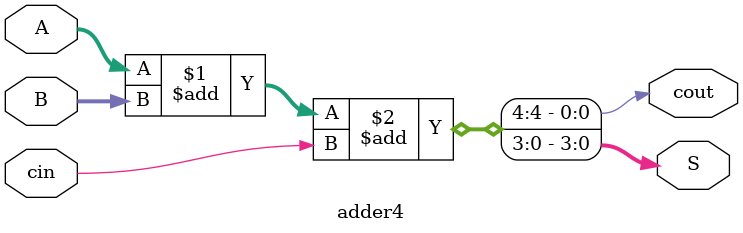
<source format=v>

module adder4 (S, cout, A, B, cin);
   
   input [3:0]A, B;   input cin;
   output [3:0] S; output cout;

  assign {cout,S}=A+B+cin;

endmodule
</source>
